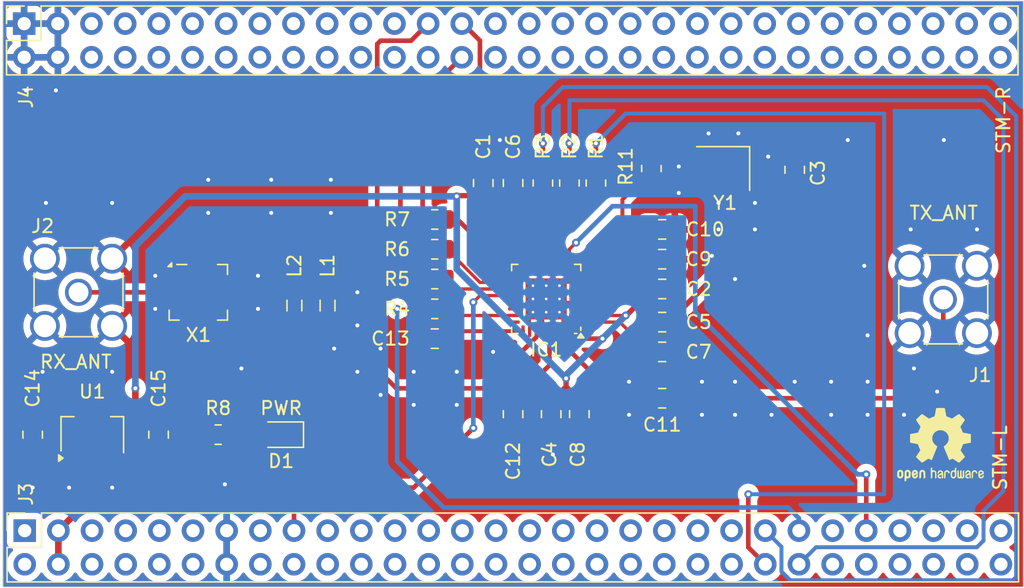
<source format=kicad_pcb>
(kicad_pcb (version 20241229) (generator "pcbnew") (generator_version "9.0")
  (layers (0 "F.Cu" signal) (2 "B.Cu" signal) (13 "F.Paste" user) (15 "B.Paste" user) (5 "F.SilkS" user "F.Silkscreen") (7 "B.SilkS" user "B.Silkscreen") (1 "F.Mask" user) (3 "B.Mask" user) (25 "Edge.Cuts" user))
  (net 0 "")
  (net 1 "+3V3")
  (net 2 "GND")
  (net 3 "Net-(IC1-VR_PA)")
  (net 4 "Net-(IC1-VR_ANAI)")
  (net 5 "Net-(IC1-VR_DIG)")
  (net 6 "Net-(IC1-RFO_P)")
  (net 7 "Net-(J1-In)")
  (net 8 "Net-(IC1-RFO_N)")
  (net 9 "Net-(IC1-VR_ANA2)")
  (net 10 "+5V")
  (net 11 "Net-(D1-A)")
  (net 13 "/PD10")
  (net 14 "Net-(IC1-MOSI)")
  (net 15 "Net-(IC1-MISO)")
  (net 16 "Net-(IC1-RFI)")
  (net 17 "/PA4")
  (net 18 "Net-(IC1-DIO2)")
  (net 21 "/TCXO_CLK")
  (net 22 "Net-(IC1-SCK)")
  (net 24 "Net-(IC1-I_OUT)")
  (net 26 "Net-(IC1-CK_OUT)")
  (net 29 "Net-(IC1-I_IN)")
  (net 30 "Net-(J2-In)")
  (net 52 "/OUT")
  (net 53 "/DIO2")
  (net 68 "/I_IN")
  (net 72 "/I_OUT")
  (net 86 "/MOSI")
  (net 111 "/SCK")
  (net 127 "/MISO")
  (net 141 "Net-(X1-OUT)")
  (footprint "Resistor_SMD:R_0805_2012Metric" (layer "F.Cu") (at 148.25 66.75 90)
    (property "Reference" "R1")
    (property "Value" "100R")
  )
  (footprint "Capacitor_SMD:C_0805_2012Metric" (layer "F.Cu") (at 153.25 77.25)
    (property "Reference" "C5")
    (property "Value" "100n")
  )
  (footprint "Resistor_SMD:R_0805_2012Metric" (layer "F.Cu") (at 136.0875 74)
    (property "Reference" "R5")
    (property "Value" "100R")
  )
  (footprint "Capacitor_SMD:C_0805_2012Metric" (layer "F.Cu") (at 105.75 85.75 -90)
    (property "Reference" "C14")
    (property "Value" "1u")
  )
  (footprint "Capacitor_SMD:C_0805_2012Metric" (layer "F.Cu") (at 153.25 83)
    (property "Reference" "C11")
    (property "Value" "33p")
  )
  (footprint "Connector_PinSocket_2.54mm:PinSocket_2x30_P2.54mm_Vertical" (layer "F.Cu") (at 105.11 54.71 90)
    (property "Reference" "J4")
    (property "Value" "STM-R")
  )
  (footprint "Capacitor_SMD:C_0805_2012Metric" (layer "F.Cu") (at 153.25 74.75)
    (property "Reference" "C2")
    (property "Value" "10n")
  )
  (footprint "Capacitor_SMD:C_0805_2012Metric" (layer "F.Cu") (at 136.0875 78.5 180)
    (property "Reference" "C13")
    (property "Value" "100n")
  )
  (footprint "Connector_PinSocket_2.54mm:PinSocket_2x30_P2.54mm_Vertical" (layer "F.Cu") (at 105.15 93 90)
    (property "Reference" "J3")
    (property "Value" "STM-L")
  )
  (footprint "Resistor_SMD:R_0805_2012Metric" (layer "F.Cu") (at 136.0875 69.5)
    (property "Reference" "R7")
    (property "Value" "100R")
  )
  (footprint "Inductor_SMD:L_0805_2012Metric" (layer "F.Cu") (at 128 76 -90)
    (property "Reference" "L1")
    (property "Value" "82n")
  )
  (footprint "Filter:Filter_SAW-6_3.8x3.8mm" (layer "F.Cu") (at 118.25 75)
    (property "Reference" "X1")
    (property "Value" "TA0692A")
  )
  (footprint "Capacitor_SMD:C_0805_2012Metric" (layer "F.Cu") (at 163.25 65.75 90)
    (property "Reference" "C3")
    (property "Value" "10n")
  )
  (footprint "Capacitor_SMD:C_0805_2012Metric" (layer "F.Cu") (at 153.25 79.5)
    (property "Reference" "C7")
    (property "Value" "100n")
  )
  (footprint "Crystal:Crystal_SMD_3225-4Pin_3.2x2.5mm" (layer "F.Cu") (at 157.85 65.65 180)
    (property "Reference" "Y1")
    (property "Value" "32MHz")
  )
  (footprint "LED_SMD:LED_0805_2012Metric" (layer "F.Cu") (at 124.5 85.75 180)
    (property "Reference" "D1")
    (property "Value" "PWR")
  )
  (footprint "Resistor_SMD:R_0805_2012Metric" (layer "F.Cu") (at 119.75 85.75)
    (property "Reference" "R8")
    (property "Value" "100R")
  )
  (footprint "Capacitor_SMD:C_0805_2012Metric" (layer "F.Cu") (at 144.875 84.2 -90)
    (property "Reference" "C4")
    (property "Value" "10n")
  )
  (footprint "Resistor_SMD:R_0805_2012Metric" (layer "F.Cu") (at 136.0875 71.75)
    (property "Reference" "R6")
    (property "Value" "100R")
  )
  (footprint "Capacitor_SMD:C_0805_2012Metric" (layer "F.Cu") (at 115.25 85.75 90)
    (property "Reference" "C15")
    (property "Value" "1u")
  )
  (footprint "Resistor_SMD:R_0805_2012Metric" (layer "F.Cu") (at 146.25 66.75 90)
    (property "Reference" "R2")
    (property "Value" "100R")
  )
  (footprint "Package_TO_SOT_SMD:SOT-89-3" (layer "F.Cu") (at 110.25 85.75 90)
    (property "Reference" "U1")
    (property "Value" "MCP1703Ax-330xxMB")
  )
  (footprint "Connector_Coaxial:SMA_Amphenol_901-144_Vertical" (layer "F.Cu") (at 174.46 75.54)
    (property "Reference" "J1")
    (property "Value" "TX_ANT")
  )
  (footprint "Resistor_SMD:R_0805_2012Metric" (layer "F.Cu") (at 136.0875 76.25)
    (property "Reference" "R4")
    (property "Value" "100R")
  )
  (footprint "Resistor_SMD:R_0805_2012Metric" (layer "F.Cu") (at 144.25 66.75 90)
    (property "Reference" "R3")
    (property "Value" "100R")
  )
  (footprint "Capacitor_SMD:C_0805_2012Metric" (layer "F.Cu") (at 142 66.75 90)
    (property "Reference" "C6")
    (property "Value" "100n")
  )
  (footprint "Capacitor_SMD:C_0805_2012Metric" (layer "F.Cu") (at 142 84.2 -90)
    (property "Reference" "C12")
    (property "Value" "27p")
  )
  (footprint "Connector_Coaxial:SMA_Amphenol_901-144_Vertical" (layer "F.Cu") (at 109.21 75)
    (property "Reference" "J2")
    (property "Value" "RX_ANT")
  )
  (footprint "Capacitor_SMD:C_0805_2012Metric" (layer "F.Cu") (at 153.25 72.5)
    (property "Reference" "C9")
    (property "Value" "100n")
  )
  (footprint "Inductor_SMD:L_0805_2012Metric" (layer "F.Cu") (at 125.5 76 -90)
    (property "Reference" "L2")
    (property "Value" "39n")
  )
  (footprint "Symbol:OSHW-Logo2_7.3x6mm_SilkScreen" (layer "F.Cu") (at 174.25 86.5)
    (property "Reference" "REF**" (hide yes))
    (property "Value" "OSHW-Logo2_7.3x6mm_SilkScreen" (hide yes))
  )
  (footprint "Capacitor_SMD:C_0805_2012Metric" (layer "F.Cu") (at 153.25 70.25)
    (property "Reference" "C10")
    (property "Value" "100n")
  )
  (footprint "Capacitor_SMD:C_0805_2012Metric" (layer "F.Cu") (at 147 84.2 -90)
    (property "Reference" "C8")
    (property "Value" "100n")
  )
  (footprint "Resistor_SMD:R_0805_2012Metric" (layer "F.Cu") (at 152.4375 65.65 90)
    (property "Reference" "R11")
    (property "Value" "10K")
  )
  (footprint "Package_DFN_QFN:QFN-32-1EP_5x5mm_P0.5mm_EP3.1x3.1mm_ThermalVias" (layer "F.Cu") (at 144.5 75.5 180)
    (property "Reference" "IC1")
    (property "Value" "SX1255")
  )
  (footprint "Capacitor_SMD:C_0805_2012Metric" (layer "F.Cu") (at 139.75 66.75 90)
    (property "Reference" "C1")
    (property "Value" "10n")
  )
  (gr_line (start 103.5 78.5) (end 103.5 53) (stroke (width 0.05)) (layer "Edge.Cuts"))
  (gr_line (start 180.5 53) (end 180.5 97.25) (stroke (width 0.05)) (layer "Edge.Cuts"))
  (gr_line (start 103.5 53) (end 180.5 53) (stroke (width 0.05)) (layer "Edge.Cuts"))
  (gr_line (start 103.5 97.25) (end 103.5 78.5) (stroke (width 0.05)) (layer "Edge.Cuts"))
  (gr_line (start 180.5 97.25) (end 103.5 97.25) (stroke (width 0.05)) (layer "Edge.Cuts"))
  (segment (start 142 67.7) (end 139.75 67.7) (width 0.4) (layer "F.Cu") (net 1))
  (segment (start 137.8 67.7) (end 139.75 67.7) (width 0.4) (layer "F.Cu") (net 1))
  (segment (start 152.3 76) (end 152.3 77.25) (width 0.4) (layer "F.Cu") (net 1))
  (segment (start 158.95 66.5) (end 163.05 66.5) (width 0.4) (layer "F.Cu") (net 1))
  (segment (start 158.95 72.05) (end 155 76) (width 0.4) (layer "F.Cu") (net 1))
  (segment (start 142.75 70.7) (end 139.75 67.7) (width 0.4) (layer "F.Cu") (net 1))
  (segment (start 152.3 75) (end 152.3 75.75) (width 0.4) (layer "F.Cu") (net 1))
  (segment (start 147.125 83.25) (end 146 82.125) (width 0.4) (layer "F.Cu") (net 1))
  (segment (start 115.25 86.7) (end 113.5 86.7) (width 0.5) (layer "F.Cu") (net 1))
  (segment (start 146 82.125) (end 146 81.5) (width 0.4) (layer "F.Cu") (net 1))
  (segment (start 148.75 78.5) (end 146.8125 78.5) (width 0.35) (layer "F.Cu") (net 1))
  (segment (start 144.875 83.25) (end 147.125 83.25) (width 0.4) (layer "F.Cu") (net 1))
  (segment (start 144.875 83.25) (end 146 82.125) (width 0.4) (layer "F.Cu") (net 1))
  (segment (start 158.95 66.5) (end 158.95 72.05) (width 0.4) (layer "F.Cu") (net 1))
  (segment (start 150.55 76.75) (end 152.3 75) (width 0.4) (layer "F.Cu") (net 1))
  (segment (start 155 76) (end 152.3 76) (width 0.4) (layer "F.Cu") (net 1))
  (segment (start 146.9375 76.75) (end 150.5 76.75) (width 0.25) (layer "F.Cu") (net 1))
  (segment (start 137.75 67.75) (end 137.8 67.7) (width 0.2) (layer "F.Cu") (net 1))
  (segment (start 152.3 75.75) (end 152.3 76) (width 0.2) (layer "F.Cu") (net 1))
  (segment (start 163.05 66.5) (end 163.25 66.7) (width 0.2) (layer "F.Cu") (net 1))
  (segment (start 150.5 76.75) (end 150.55 76.75) (width 0.2) (layer "F.Cu") (net 1))
  (segment (start 116.2 85.75) (end 115.25 86.7) (width 0.35) (layer "F.Cu") (net 1))
  (segment (start 146.8125 78.5) (end 146.25 77.9375) (width 0.35) (layer "F.Cu") (net 1))
  (segment (start 112.75 86.7) (end 111.75 87.7) (width 0.5) (layer "F.Cu") (net 1))
  (segment (start 113.5 82.25) (end 113.5 86.7) (width 0.5) (layer "F.Cu") (net 1))
  (segment (start 113.5 86.7) (end 112.75 86.7) (width 0.5) (layer "F.Cu") (net 1))
  (segment (start 118.8375 85.75) (end 116.2 85.75) (width 0.35) (layer "F.Cu") (net 1))
  (segment (start 142.75 73.0625) (end 142.75 70.7) (width 0.25) (layer "F.Cu") (net 1))
  (via (at 150.5 76.75) (size 0.6) (drill 0.3) (layers "F.Cu" "B.Cu") (net 1))
  (via (at 137.75 67.75) (size 0.6) (drill 0.3) (layers "F.Cu" "B.Cu") (net 1))
  (via (at 113.5 82.25) (size 0.6) (drill 0.3) (layers "F.Cu" "B.Cu") (net 1))
  (via (at 146 81.5) (size 0.6) (drill 0.3) (layers "F.Cu" "B.Cu") (net 1))
  (via (at 148.75 78.5) (size 0.6) (drill 0.3) (layers "F.Cu" "B.Cu") (net 1))
  (segment (start 148.75 78.5) (end 146 81.25) (width 0.5) (layer "B.Cu") (net 1))
  (segment (start 117.25 67.75) (end 137.75 67.75) (width 0.5) (layer "B.Cu") (net 1))
  (segment (start 113.5 82.25) (end 113.5 71.5) (width 0.5) (layer "B.Cu") (net 1))
  (segment (start 113.5 71.5) (end 117.25 67.75) (width 0.5) (layer "B.Cu") (net 1))
  (segment (start 150.5 76.75) (end 148.75 78.5) (width 0.5) (layer "B.Cu") (net 1))
  (segment (start 137.75 67.75) (end 137.75 73.25) (width 0.5) (layer "B.Cu") (net 1))
  (segment (start 137.75 73.25) (end 146 81.5) (width 0.5) (layer "B.Cu") (net 1))
  (segment (start 146 81.25) (end 146 81.5) (width 0.2) (layer "B.Cu") (net 1))
  (segment (start 145.75 76.75) (end 144.5 75.5) (width 0.2) (layer "F.Cu") (net 2))
  (segment (start 143.25 76.75) (end 144.5 75.5) (width 0.2) (layer "F.Cu") (net 2))
  (segment (start 144.25 77.9375) (end 144.25 75.75) (width 0.2) (layer "F.Cu") (net 2))
  (segment (start 143.25 77.9375) (end 143.25 76.75) (width 0.2) (layer "F.Cu") (net 2))
  (segment (start 145.75 77.9375) (end 145.75 76.75) (width 0.2) (layer "F.Cu") (net 2))
  (segment (start 146.9375 74.25) (end 148 74.25) (width 0.2) (layer "F.Cu") (net 2))
  (segment (start 146.9375 75.75) (end 144.75 75.75) (width 0.2) (layer "F.Cu") (net 2))
  (segment (start 144.5 75.5) (end 145.75 74.25) (width 0.2) (layer "F.Cu") (net 2))
  (segment (start 144.75 75.75) (end 144.5 75.5) (width 0.2) (layer "F.Cu") (net 2))
  (segment (start 144.25 75.75) (end 144.5 75.5) (width 0.2) (layer "F.Cu") (net 2))
  (segment (start 145.75 74.25) (end 146.9375 74.25) (width 0.2) (layer "F.Cu") (net 2))
  (via (at 115 73.75) (size 0.6) (drill 0.3) (layers "F.Cu" "B.Cu") (net 2))
  (via (at 111.75 81) (size 0.6) (drill 0.3) (layers "F.Cu" "B.Cu") (net 2))
  (via (at 121.5 80.75) (size 0.6) (drill 0.3) (layers "F.Cu" "B.Cu") (net 2))
  (via (at 168.5 73) (size 0.6) (drill 0.3) (layers "F.Cu" "B.Cu") (net 2))
  (via (at 105.75 89.75) (size 0.6) (drill 0.3) (layers "F.Cu" "B.Cu") (net 2))
  (via (at 122.75 76.25) (size 0.6) (drill 0.3) (layers "F.Cu" "B.Cu") (net 2))
  (via (at 137.75 83.5) (size 0.6) (drill 0.3) (layers "F.Cu" "B.Cu") (net 2))
  (via (at 132 79.25) (size 0.6) (drill 0.3) (layers "F.Cu" "B.Cu") (net 2))
  (via (at 140.5 79.5) (size 0.6) (drill 0.3) (layers "F.Cu" "B.Cu") (net 2))
  (via (at 119 69) (size 0.6) (drill 0.3) (layers "F.Cu" "B.Cu") (net 2))
  (via (at 130.25 77.5) (size 0.6) (drill 0.3) (layers "F.Cu" "B.Cu") (net 2))
  (via (at 106.75 68.25) (size 0.6) (drill 0.3) (layers "F.Cu" "B.Cu") (net 2))
  (via (at 172.25 80.75) (size 0.6) (drill 0.3) (layers "F.Cu" "B.Cu") (net 2))
  (via (at 174.5 63.5) (size 0.6) (drill 0.3) (layers "F.Cu" "B.Cu") (net 2))
  (via (at 150.75 81.75) (size 0.6) (drill 0.3) (layers "F.Cu" "B.Cu") (net 2))
  (via (at 172 70.25) (size 0.6) (drill 0.3) (layers "F.Cu" "B.Cu") (net 2))
  (via (at 130.25 81) (size 0.6) (drill 0.3) (layers "F.Cu" "B.Cu") (net 2))
  (via (at 163.25 81.75) (size 0.6) (drill 0.3) (layers "F.Cu" "B.Cu") (net 2))
  (via (at 177 70.25) (size 0.6) (drill 0.3) (layers "F.Cu" "B.Cu") (net 2))
  (via (at 130.25 75) (size 0.6) (drill 0.3) (layers "F.Cu" "B.Cu") (net 2))
  (via (at 154.5 65.5) (size 0.6) (drill 0.3) (layers "F.Cu" "B.Cu") (net 2))
  (via (at 158.75 81.75) (size 0.6) (drill 0.3) (layers "F.Cu" "B.Cu") (net 2))
  (via (at 154.5 67.5) (size 0.6) (drill 0.3) (layers "F.Cu" "B.Cu") (net 2))
  (via (at 159 63) (size 0.6) (drill 0.3) (layers "F.Cu" "B.Cu") (net 2))
  (via (at 160.25 70.25) (size 0.6) (drill 0.3) (layers "F.Cu" "B.Cu") (net 2))
  (via (at 141 63.5) (size 0.6) (drill 0.3) (layers "F.Cu" "B.Cu") (net 2))
  (via (at 157.5 68.25) (size 0.6) (drill 0.3) (layers "F.Cu" "B.Cu") (net 2))
  (via (at 134.5 81) (size 0.6) (drill 0.3) (layers "F.Cu" "B.Cu") (net 2))
  (via (at 161.25 64.75) (size 0.6) (drill 0.3) (layers "F.Cu" "B.Cu") (net 2))
  (via (at 106.5 81) (size 0.6) (drill 0.3) (layers "F.Cu" "B.Cu") (net 2))
  (via (at 167.25 63.5) (size 0.6) (drill 0.3) (layers "F.Cu" "B.Cu") (net 2))
  (via (at 161.5 84.25) (size 0.6) (drill 0.3) (layers "F.Cu" "B.Cu") (net 2))
  (via (at 168.75 81.75) (size 0.6) (drill 0.3) (layers "F.Cu" "B.Cu") (net 2))
  (via (at 156.25 81.75) (size 0.6) (drill 0.3) (layers "F.Cu" "B.Cu") (net 2))
  (via (at 168.75 78.25) (size 0.6) (drill 0.3) (layers "F.Cu" "B.Cu") (net 2))
  (via (at 156.75 63) (size 0.6) (drill 0.3) (layers "F.Cu" "B.Cu") (net 2))
  (via (at 158.75 74) (size 0.6) (drill 0.3) (layers "F.Cu" "B.Cu") (net 2))
  (via (at 128.25 66.5) (size 0.6) (drill 0.3) (layers "F.Cu" "B.Cu") (net 2))
  (via (at 174 82.5) (size 0.6) (drill 0.3) (layers "F.Cu" "B.Cu") (net 2))
  (via (at 150.75 84.25) (size 0.6) (drill 0.3) (layers "F.Cu" "B.Cu") (net 2))
  (via (at 134.5 83.5) (size 0.6) (drill 0.3) (layers "F.Cu" "B.Cu") (net 2))
  (via (at 105.25 59.75) (size 0.6) (drill 0.3) (layers "F.Cu" "B.Cu") (net 2))
  (via (at 156.25 84.25) (size 0.6) (drill 0.3) (layers "F.Cu" "B.Cu") (net 2))
  (via (at 166 81.75) (size 0.6) (drill 0.3) (layers "F.Cu" "B.Cu") (net 2))
  (via (at 122.75 73.75) (size 0.6) (drill 0.3) (layers "F.Cu" "B.Cu") (net 2))
  (via (at 108.5 89.75) (size 0.6) (drill 0.3) (layers "F.Cu" "B.Cu") (net 2))
  (via (at 145 87.25) (size 0.6) (drill 0.3) (layers "F.Cu" "B.Cu") (net 2))
  (via (at 107.5 59.75) (size 0.6) (drill 0.3) (layers "F.Cu" "B.Cu") (net 2))
  (via (at 168.75 84.25) (size 0.6) (drill 0.3) (layers "F.Cu" "B.Cu") (net 2))
  (via (at 123.75 66.5) (size 0.6) (drill 0.3) (layers "F.Cu" "B.Cu") (net 2))
  (via (at 171.5 84.25) (size 0.6) (drill 0.3) (layers "F.Cu" "B.Cu") (net 2))
  (via (at 128.25 69) (size 0.6) (drill 0.3) (layers "F.Cu" "B.Cu") (net 2))
  (via (at 123.75 69) (size 0.6) (drill 0.3) (layers "F.Cu" "B.Cu") (net 2))
  (via (at 119 66.5) (size 0.6) (drill 0.3) (layers "F.Cu" "B.Cu") (net 2))
  (via (at 166 84.25) (size 0.6) (drill 0.3) (layers "F.Cu" "B.Cu") (net 2))
  (via (at 157 72.25) (size 0.6) (drill 0.3) (layers "F.Cu" "B.Cu") (net 2))
  (via (at 137.75 81) (size 0.6) (drill 0.3) (layers "F.Cu" "B.Cu") (net 2))
  (via (at 157.5 70.25) (size 0.6) (drill 0.3) (layers "F.Cu" "B.Cu") (net 2))
  (via (at 120.25 89.5) (size 0.6) (drill 0.3) (layers "F.Cu" "B.Cu") (net 2))
  (via (at 132 82.75) (size 0.6) (drill 0.3) (layers "F.Cu" "B.Cu") (net 2))
  (via (at 111.75 89.75) (size 0.6) (drill 0.3) (layers "F.Cu" "B.Cu") (net 2))
  (via (at 160.25 68.25) (size 0.6) (drill 0.3) (layers "F.Cu" "B.Cu") (net 2))
  (via (at 158.75 84.25) (size 0.6) (drill 0.3) (layers "F.Cu" "B.Cu") (net 2))
  (via (at 128.5 79.25) (size 0.6) (drill 0.3) (layers "F.Cu" "B.Cu") (net 2))
  (via (at 111.75 68.25) (size 0.6) (drill 0.3) (layers "F.Cu" "B.Cu") (net 2))
  (via (at 115 76.25) (size 0.6) (drill 0.3) (layers "F.Cu" "B.Cu") (net 2))
  (segment (start 150.05 77.25) (end 152.3 79.5) (width 0.25) (layer "F.Cu") (net 3))
  (segment (start 146.9375 77.25) (end 150.05 77.25) (width 0.25) (layer "F.Cu") (net 3))
  (segment (start 148.55 76.25) (end 146.9375 76.25) (width 0.25) (layer "F.Cu") (net 4))
  (segment (start 152.3 72.5) (end 148.55 76.25) (width 0.25) (layer "F.Cu") (net 4))
  (segment (start 148.025 75.25) (end 146.9375 75.25) (width 0.25) (layer "F.Cu") (net 5))
  (segment (start 152.3 70.975) (end 148.025 75.25) (width 0.25) (layer "F.Cu") (net 5))
  (segment (start 152.3 70.25) (end 152.3 70.975) (width 0.2) (layer "F.Cu") (net 5))
  (segment (start 149.859202 83) (end 145.25 78.390798) (width 0.35) (layer "F.Cu") (net 6))
  (segment (start 152.3 83) (end 149.859202 83) (width 0.35) (layer "F.Cu") (net 6))
  (segment (start 145.25 78.390798) (end 145.25 77.9375) (width 0.2) (layer "F.Cu") (net 6))
  (segment (start 174.46 80.29) (end 174.46 75.54) (width 0.35) (layer "F.Cu") (net 7))
  (segment (start 171.75 83) (end 174.46 80.29) (width 0.35) (layer "F.Cu") (net 7))
  (segment (start 154.2 83) (end 171.75 83) (width 0.35) (layer "F.Cu") (net 7))
  (segment (start 142 83.25) (end 144.75 80.5) (width 0.35) (layer "F.Cu") (net 8))
  (segment (start 144.75 80.5) (end 144.75 77.9375) (width 0.35) (layer "F.Cu") (net 8))
  (segment (start 137.6 77.9375) (end 142.75 77.9375) (width 0.3) (layer "F.Cu") (net 9))
  (segment (start 137.0375 78.5) (end 137.6 77.9375) (width 0.2) (layer "F.Cu") (net 9))
  (segment (start 107.69 93) (end 110.25 90.44) (width 0.5) (layer "F.Cu") (net 10))
  (segment (start 110.25 90.44) (end 110.25 87.6125) (width 0.5) (layer "F.Cu") (net 10))
  (segment (start 105.75 84.8) (end 107.4375 84.8) (width 0.4) (layer "F.Cu") (net 10))
  (segment (start 107.4375 84.8) (end 110.25 87.6125) (width 0.4) (layer "F.Cu") (net 10))
  (segment (start 107.69 95.54) (end 107.69 93) (width 0.5) (layer "F.Cu") (net 10))
  (segment (start 120.6625 85.75) (end 123.5625 85.75) (width 0.35) (layer "F.Cu") (net 11))
  (segment (start 146.25 71.75) (end 146.75 71.25) (width 0.25) (layer "F.Cu") (net 13))
  (segment (start 146.25 73.0625) (end 146.25 71.75) (width 0.25) (layer "F.Cu") (net 13))
  (segment (start 168.65 88.75) (end 168.65 93) (width 0.35) (layer "F.Cu") (net 13))
  (via (at 168.65 88.75) (size 0.6) (drill 0.3) (layers "F.Cu" "B.Cu") (net 13))
  (via (at 146.75 71.25) (size 0.6) (drill 0.3) (layers "F.Cu" "B.Cu") (net 13))
  (segment (start 149.5 68.5) (end 146.75 71.25) (width 0.35) (layer "B.Cu") (net 13))
  (segment (start 168.65 88.75) (end 168 88.75) (width 0.35) (layer "B.Cu") (net 13))
  (segment (start 155.75 76.5) (end 155.75 68.5) (width 0.35) (layer "B.Cu") (net 13))
  (segment (start 168 88.75) (end 155.75 76.5) (width 0.35) (layer "B.Cu") (net 13))
  (segment (start 155.75 68.5) (end 149.5 68.5) (width 0.35) (layer "B.Cu") (net 13))
  (segment (start 137.75 74.75) (end 142.0625 74.75) (width 0.25) (layer "F.Cu") (net 14))
  (segment (start 137 74) (end 137.75 74.75) (width 0.25) (layer "F.Cu") (net 14))
  (segment (start 139.5 74.25) (end 142.0625 74.25) (width 0.25) (layer "F.Cu") (net 15))
  (segment (start 137 71.75) (end 139.5 74.25) (width 0.25) (layer "F.Cu") (net 15))
  (segment (start 143.75 78.390798) (end 143.75 77.9375) (width 0.2) (layer "F.Cu") (net 16))
  (segment (start 139.890798 82.25) (end 143.75 78.390798) (width 0.35) (layer "F.Cu") (net 16))
  (segment (start 125.5 77.0625) (end 128 77.0625) (width 0.35) (layer "F.Cu") (net 16))
  (segment (start 133.1875 82.25) (end 139.890798 82.25) (width 0.35) (layer "F.Cu") (net 16))
  (segment (start 128 77.0625) (end 133.1875 82.25) (width 0.35) (layer "F.Cu") (net 16))
  (segment (start 125.5 89.75) (end 134.5 89.75) (width 0.35) (layer "F.Cu") (net 17))
  (segment (start 134.5 89.75) (end 139 85.25) (width 0.35) (layer "F.Cu") (net 17))
  (segment (start 125.47 93) (end 125.47 89.78) (width 0.35) (layer "F.Cu") (net 17))
  (segment (start 125.47 89.78) (end 125.5 89.75) (width 0.2) (layer "F.Cu") (net 17))
  (segment (start 139 75.75) (end 139.5 75.25) (width 0.25) (layer "F.Cu") (net 17))
  (segment (start 139.5 75.25) (end 142.0625 75.25) (width 0.25) (layer "F.Cu") (net 17))
  (via (at 139 85.25) (size 0.6) (drill 0.3) (layers "F.Cu" "B.Cu") (net 17))
  (via (at 139 75.75) (size 0.6) (drill 0.3) (layers "F.Cu" "B.Cu") (net 17))
  (segment (start 139 75.75) (end 139 85.25) (width 0.35) (layer "B.Cu") (net 17))
  (segment (start 137 76.25) (end 137.5 76.75) (width 0.2) (layer "F.Cu") (net 18))
  (segment (start 137.5 76.75) (end 142.0625 76.75) (width 0.25) (layer "F.Cu") (net 18))
  (segment (start 152.4375 66.5625) (end 156.6875 66.5625) (width 0.3) (layer "F.Cu") (net 21))
  (segment (start 156.6875 66.5625) (end 156.75 66.5) (width 0.2) (layer "F.Cu") (net 21))
  (segment (start 146.9375 73.75) (end 150.25 70.4375) (width 0.3) (layer "F.Cu") (net 21))
  (segment (start 150.25 70.4375) (end 150.25 68) (width 0.3) (layer "F.Cu") (net 21))
  (segment (start 151.6875 66.5625) (end 152.4375 66.5625) (width 0.3) (layer "F.Cu") (net 21))
  (segment (start 150.25 68) (end 151.6875 66.5625) (width 0.3) (layer "F.Cu") (net 21))
  (segment (start 137 69.5) (end 137.8125 69.5) (width 0.35) (layer "F.Cu") (net 22))
  (segment (start 137.8125 69.5) (end 142.0625 73.75) (width 0.35) (layer "F.Cu") (net 22))
  (segment (start 144.25 67.6625) (end 143.25 68.6625) (width 0.25) (layer "F.Cu") (net 24))
  (segment (start 143.25 68.6625) (end 143.25 73.0625) (width 0.25) (layer "F.Cu") (net 24))
  (segment (start 144.75 68.1625) (end 144.25 67.6625) (width 0.2) (layer "F.Cu") (net 24))
  (segment (start 145.75 70.1625) (end 145.75 73.0625) (width 0.25) (layer "F.Cu") (net 26))
  (segment (start 148.25 67.6625) (end 145.75 70.1625) (width 0.25) (layer "F.Cu") (net 26))
  (segment (start 144.25 69.6625) (end 144.25 73.0625) (width 0.25) (layer "F.Cu") (net 29))
  (segment (start 146.25 67.6625) (end 144.25 69.6625) (width 0.25) (layer "F.Cu") (net 29))
  (segment (start 109.21 75) (end 116.85 75) (width 0.35) (layer "F.Cu") (net 30))
  (segment (start 159.75 90.25) (end 159.75 94.26) (width 0.35) (layer "F.Cu") (net 52))
  (segment (start 159.75 94.26) (end 161.03 95.54) (width 0.35) (layer "F.Cu") (net 52))
  (segment (start 148.25 65.8375) (end 148.25 63.75) (width 0.35) (layer "F.Cu") (net 52))
  (via (at 148.25 63.75) (size 0.6) (drill 0.3) (layers "F.Cu" "B.Cu") (net 52))
  (via (at 159.75 90.25) (size 0.6) (drill 0.3) (layers "F.Cu" "B.Cu") (net 52))
  (segment (start 150.5 61.5) (end 170 61.5) (width 0.3) (layer "B.Cu") (net 52))
  (segment (start 159.75 90.25) (end 170 90.25) (width 0.3) (layer "B.Cu") (net 52))
  (segment (start 170 90.25) (end 170 61.5) (width 0.3) (layer "B.Cu") (net 52))
  (segment (start 148.25 63.75) (end 150.5 61.5) (width 0.3) (layer "B.Cu") (net 52))
  (segment (start 133.25 76.25) (end 135.175 76.25) (width 0.2) (layer "F.Cu") (net 53))
  (via (at 133.25 76.25) (size 0.6) (drill 0.3) (layers "F.Cu" "B.Cu") (net 53))
  (segment (start 162.75 91.25) (end 163.57 92.07) (width 0.35) (layer "B.Cu") (net 53))
  (segment (start 136.75 91.25) (end 162.75 91.25) (width 0.35) (layer "B.Cu") (net 53))
  (segment (start 163.57 92.07) (end 163.57 93) (width 0.2) (layer "B.Cu") (net 53))
  (segment (start 133.25 76.25) (end 133.25 87.75) (width 0.35) (layer "B.Cu") (net 53))
  (segment (start 133.25 87.75) (end 136.75 91.25) (width 0.35) (layer "B.Cu") (net 53))
  (segment (start 146.25 65.8375) (end 146.25 63.75) (width 0.35) (layer "F.Cu") (net 68))
  (via (at 146.25 63.75) (size 0.6) (drill 0.3) (layers "F.Cu" "B.Cu") (net 68))
  (segment (start 177 94.25) (end 164.86 94.25) (width 0.3) (layer "B.Cu") (net 68))
  (segment (start 177.5 60.5) (end 179 62) (width 0.3) (layer "B.Cu") (net 68))
  (segment (start 177.5 91.5) (end 177.5 93.75) (width 0.3) (layer "B.Cu") (net 68))
  (segment (start 179 62) (end 179 90) (width 0.3) (layer "B.Cu") (net 68))
  (segment (start 164.86 94.25) (end 163.57 95.54) (width 0.3) (layer "B.Cu") (net 68))
  (segment (start 146.25 60.5) (end 177.5 60.5) (width 0.3) (layer "B.Cu") (net 68))
  (segment (start 146.25 63.75) (end 146.25 60.5) (width 0.3) (layer "B.Cu") (net 68))
  (segment (start 177.5 93.75) (end 177 94.25) (width 0.3) (layer "B.Cu") (net 68))
  (segment (start 179 90) (end 177.5 91.5) (width 0.3) (layer "B.Cu") (net 68))
  (segment (start 144.25 65.8375) (end 144.25 63.75) (width 0.35) (layer "F.Cu") (net 72))
  (via (at 144.25 63.75) (size 0.6) (drill 0.3) (layers "F.Cu" "B.Cu") (net 72))
  (segment (start 162.91424 96.75) (end 162.25 96.08576) (width 0.3) (layer "B.Cu") (net 72))
  (segment (start 144.25 63.75) (end 144.25 61) (width 0.3) (layer "B.Cu") (net 72))
  (segment (start 177.75 59.5) (end 179.961 61.711) (width 0.3) (layer "B.Cu") (net 72))
  (segment (start 162.25 96.08576) (end 162.25 94.22) (width 0.3) (layer "B.Cu") (net 72))
  (segment (start 145.75 59.5) (end 177.75 59.5) (width 0.3) (layer "B.Cu") (net 72))
  (segment (start 144.25 61) (end 145.75 59.5) (width 0.3) (layer "B.Cu") (net 72))
  (segment (start 179.961 96.539) (end 179.75 96.75) (width 0.2) (layer "B.Cu") (net 72))
  (segment (start 162.25 94.22) (end 161.03 93) (width 0.3) (layer "B.Cu") (net 72))
  (segment (start 179.961 61.711) (end 179.961 96.539) (width 0.3) (layer "B.Cu") (net 72))
  (segment (start 179.75 96.75) (end 162.91424 96.75) (width 0.3) (layer "B.Cu") (net 72))
  (segment (start 131.75 56.25) (end 132 56) (width 0.35) (layer "F.Cu") (net 86))
  (segment (start 134.3 56) (end 135.59 54.71) (width 0.35) (layer "F.Cu") (net 86))
  (segment (start 135.175 74) (end 131.75 70.575) (width 0.35) (layer "F.Cu") (net 86))
  (segment (start 132 56) (end 134.3 56) (width 0.35) (layer "F.Cu") (net 86))
  (segment (start 131.75 70.575) (end 131.75 56.25) (width 0.35) (layer "F.Cu") (net 86))
  (segment (start 139.5 61.25) (end 135.175 65.575) (width 0.35) (layer "F.Cu") (net 111))
  (segment (start 138.13 54.71) (end 138.21 54.71) (width 0.2) (layer "F.Cu") (net 111))
  (segment (start 138.21 54.71) (end 139.5 56) (width 0.35) (layer "F.Cu") (net 111))
  (segment (start 139.5 56) (end 139.5 61.25) (width 0.35) (layer "F.Cu") (net 111))
  (segment (start 135.175 65.575) (end 135.175 69.5) (width 0.35) (layer "F.Cu") (net 111))
  (segment (start 133.5 70.075) (end 133.5 61.88) (width 0.35) (layer "F.Cu") (net 127))
  (segment (start 133.5 61.88) (end 138.13 57.25) (width 0.35) (layer "F.Cu") (net 127))
  (segment (start 135.175 71.75) (end 133.5 70.075) (width 0.35) (layer "F.Cu") (net 127))
  (segment (start 119.65 75) (end 125.4375 75) (width 0.35) (layer "F.Cu") (net 141))
  (segment (start 125.4375 75) (end 125.5 74.9375) (width 0.2) (layer "F.Cu") (net 141))
  (zone (net 2) (net_name "GND") (layers "F.Cu" "B.Cu") (connect_pads (clearance 0.5)) (min_thickness 0.25) (fill yes (thermal_gap 0.5) (thermal_bridge_width 0.5))
    (polygon (pts (xy 103.5 53) (xy 180.5 53) (xy 180.5 97.25) (xy 103.5 97.25)))
  )
)
</source>
